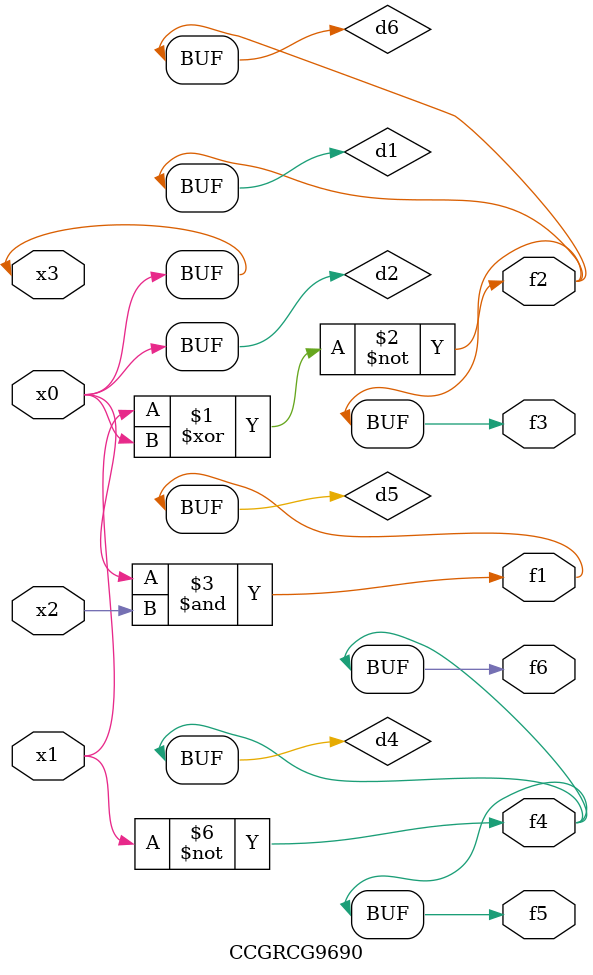
<source format=v>
module CCGRCG9690(
	input x0, x1, x2, x3,
	output f1, f2, f3, f4, f5, f6
);

	wire d1, d2, d3, d4, d5, d6;

	xnor (d1, x1, x3);
	buf (d2, x0, x3);
	nand (d3, x0, x2);
	not (d4, x1);
	nand (d5, d3);
	or (d6, d1);
	assign f1 = d5;
	assign f2 = d6;
	assign f3 = d6;
	assign f4 = d4;
	assign f5 = d4;
	assign f6 = d4;
endmodule

</source>
